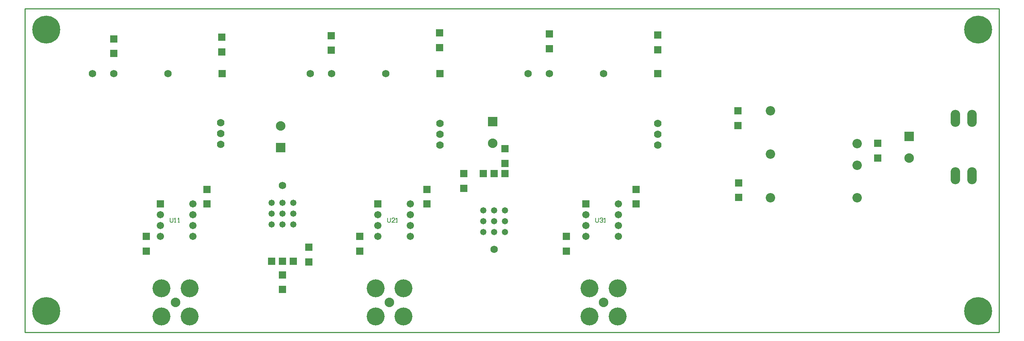
<source format=gbs>
G04*
G04 #@! TF.GenerationSoftware,Altium Limited,Altium Designer,18.0.9 (584)*
G04*
G04 Layer_Color=16711935*
%FSLAX43Y43*%
%MOMM*%
G71*
G01*
G75*
%ADD10C,0.254*%
%ADD16C,0.178*%
%ADD24R,1.727X1.727*%
%ADD25R,1.727X1.727*%
%ADD29C,6.553*%
%ADD30R,1.778X1.778*%
%ADD31C,1.727*%
%ADD32R,2.235X2.235*%
%ADD33C,2.235*%
%ADD34C,1.778*%
%ADD35C,4.203*%
%ADD36R,1.703X1.703*%
%ADD37C,1.703*%
%ADD38C,2.203*%
%ADD39O,2.235X4.013*%
%ADD40C,1.473*%
D10*
X127Y76073D02*
X127Y127D01*
X228473D01*
X228473Y76073D02*
X228473Y127D01*
X127Y76073D02*
X228473D01*
D16*
X34163Y26924D02*
Y26077D01*
X34332Y25908D01*
X34671D01*
X34840Y26077D01*
Y26924D01*
X35179Y25908D02*
X35517D01*
X35348D01*
Y26924D01*
X35179Y26754D01*
X36025Y25908D02*
X36364D01*
X36194D01*
Y26924D01*
X36025Y26754D01*
X85090Y26924D02*
Y26077D01*
X85259Y25908D01*
X85598D01*
X85767Y26077D01*
Y26924D01*
X86783Y25908D02*
X86106D01*
X86783Y26585D01*
Y26754D01*
X86614Y26924D01*
X86275D01*
X86106Y26754D01*
X87121Y25908D02*
X87460D01*
X87291D01*
Y26924D01*
X87121Y26754D01*
X133858Y26924D02*
Y26077D01*
X134027Y25908D01*
X134366D01*
X134535Y26077D01*
Y26924D01*
X134874Y26754D02*
X135043Y26924D01*
X135382D01*
X135551Y26754D01*
Y26585D01*
X135382Y26416D01*
X135212D01*
X135382D01*
X135551Y26247D01*
Y26077D01*
X135382Y25908D01*
X135043D01*
X134874Y26077D01*
X135889Y25908D02*
X136228D01*
X136059D01*
Y26924D01*
X135889Y26754D01*
D24*
X66675Y16637D02*
D03*
Y20066D02*
D03*
X123063Y70104D02*
D03*
Y66675D02*
D03*
X148463Y69850D02*
D03*
Y66421D02*
D03*
X127000Y19177D02*
D03*
Y22606D02*
D03*
X143383Y33655D02*
D03*
Y30226D02*
D03*
X71882Y69723D02*
D03*
Y66294D02*
D03*
X97282Y70358D02*
D03*
Y66929D02*
D03*
X78613Y19177D02*
D03*
Y22606D02*
D03*
X94361Y33655D02*
D03*
Y30226D02*
D03*
X20955Y68961D02*
D03*
Y65532D02*
D03*
X46228Y69342D02*
D03*
Y65913D02*
D03*
X28575Y19177D02*
D03*
Y22606D02*
D03*
X42799Y33655D02*
D03*
Y30226D02*
D03*
X60452Y10160D02*
D03*
Y13589D02*
D03*
X102997Y37338D02*
D03*
Y33909D02*
D03*
X112649Y43180D02*
D03*
Y39751D02*
D03*
X167386Y31750D02*
D03*
Y35179D02*
D03*
X167259Y48641D02*
D03*
Y52070D02*
D03*
X200025Y41021D02*
D03*
Y44450D02*
D03*
D25*
X148463Y60833D02*
D03*
X97409D02*
D03*
X46355D02*
D03*
D29*
X223520Y5080D02*
D03*
X5080D02*
D03*
Y71120D02*
D03*
X223520D02*
D03*
D30*
X62992Y16764D02*
D03*
X60452D02*
D03*
X57912D02*
D03*
X107569Y37338D02*
D03*
X110109D02*
D03*
X112649D02*
D03*
D31*
X60452Y34544D02*
D03*
X110109Y19558D02*
D03*
X135763Y60833D02*
D03*
X123063D02*
D03*
X118043D02*
D03*
X84709D02*
D03*
X72009D02*
D03*
X66989D02*
D03*
X33655D02*
D03*
X20955D02*
D03*
X15935D02*
D03*
D32*
X60071Y43434D02*
D03*
X109728Y49530D02*
D03*
X207391Y46101D02*
D03*
D33*
X60071Y48514D02*
D03*
X109728Y44450D02*
D03*
X207391Y41021D02*
D03*
X35431Y7114D02*
D03*
X85597D02*
D03*
X135763D02*
D03*
D34*
X148463Y44069D02*
D03*
Y46609D02*
D03*
Y49149D02*
D03*
X97409Y44069D02*
D03*
Y46609D02*
D03*
Y49149D02*
D03*
X45974Y44196D02*
D03*
Y46736D02*
D03*
Y49276D02*
D03*
D35*
X38731Y3814D02*
D03*
Y10414D02*
D03*
X32131D02*
D03*
Y3814D02*
D03*
X82297Y10414D02*
D03*
Y3814D02*
D03*
X88897D02*
D03*
Y10414D02*
D03*
X132463D02*
D03*
Y3814D02*
D03*
X139063D02*
D03*
Y10414D02*
D03*
D36*
X31877Y30226D02*
D03*
X82804D02*
D03*
X131572D02*
D03*
D37*
X31877Y27686D02*
D03*
Y25146D02*
D03*
Y22606D02*
D03*
X39497Y30226D02*
D03*
Y27686D02*
D03*
Y25146D02*
D03*
Y22606D02*
D03*
X82804Y27686D02*
D03*
Y25146D02*
D03*
Y22606D02*
D03*
X90424Y30226D02*
D03*
Y27686D02*
D03*
Y25146D02*
D03*
Y22606D02*
D03*
X131572Y27686D02*
D03*
Y25146D02*
D03*
Y22606D02*
D03*
X139192Y30226D02*
D03*
Y27686D02*
D03*
Y25146D02*
D03*
Y22606D02*
D03*
D38*
X174879Y31710D02*
D03*
Y41910D02*
D03*
Y52110D02*
D03*
X195179Y44410D02*
D03*
Y39310D02*
D03*
Y31710D02*
D03*
D39*
X218186Y50292D02*
D03*
X222148D02*
D03*
X218186Y36830D02*
D03*
X222148D02*
D03*
D40*
X62992Y25400D02*
D03*
X60452D02*
D03*
X57912D02*
D03*
Y27940D02*
D03*
X60452D02*
D03*
X62992D02*
D03*
Y30480D02*
D03*
X60452D02*
D03*
X57912D02*
D03*
X107569Y28702D02*
D03*
X110109D02*
D03*
X112649D02*
D03*
Y26162D02*
D03*
X110109D02*
D03*
X107569D02*
D03*
Y23622D02*
D03*
X110109D02*
D03*
X112649D02*
D03*
M02*

</source>
